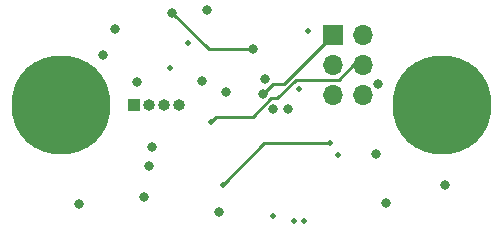
<source format=gbr>
%TF.GenerationSoftware,KiCad,Pcbnew,(5.99.0-8996-g10442b98df)*%
%TF.CreationDate,2021-04-19T08:50:07+01:00*%
%TF.ProjectId,CANduino,43414e64-7569-46e6-9f2e-6b696361645f,rev?*%
%TF.SameCoordinates,Original*%
%TF.FileFunction,Copper,L3,Inr*%
%TF.FilePolarity,Positive*%
%FSLAX46Y46*%
G04 Gerber Fmt 4.6, Leading zero omitted, Abs format (unit mm)*
G04 Created by KiCad (PCBNEW (5.99.0-8996-g10442b98df)) date 2021-04-19 08:50:07*
%MOMM*%
%LPD*%
G01*
G04 APERTURE LIST*
%TA.AperFunction,ComponentPad*%
%ADD10O,1.700000X1.700000*%
%TD*%
%TA.AperFunction,ComponentPad*%
%ADD11R,1.700000X1.700000*%
%TD*%
%TA.AperFunction,ComponentPad*%
%ADD12C,8.382000*%
%TD*%
%TA.AperFunction,ComponentPad*%
%ADD13R,1.000000X1.000000*%
%TD*%
%TA.AperFunction,ComponentPad*%
%ADD14O,1.000000X1.000000*%
%TD*%
%TA.AperFunction,ViaPad*%
%ADD15C,0.508000*%
%TD*%
%TA.AperFunction,ViaPad*%
%ADD16C,0.800000*%
%TD*%
%TA.AperFunction,Conductor*%
%ADD17C,0.250000*%
%TD*%
G04 APERTURE END LIST*
D10*
%TO.N,GND*%
%TO.C,J1*%
X177065000Y-108805000D03*
%TO.N,/mcu/RESET*%
X174525000Y-108805000D03*
%TO.N,/mcu/ICSP_MOSI*%
X177065000Y-106265000D03*
%TO.N,/mcu/ICSP_SCK*%
X174525000Y-106265000D03*
%TO.N,5V_USB*%
X177065000Y-103725000D03*
D11*
%TO.N,/mcu/ICSP_MISO*%
X174525000Y-103725000D03*
%TD*%
D12*
%TO.N,N/C*%
%TO.C,H3*%
X183750001Y-109649895D03*
%TD*%
D13*
%TO.N,+12V*%
%TO.C,J2*%
X157690000Y-109675000D03*
D14*
%TO.N,GND*%
X158960000Y-109675000D03*
%TO.N,CANL*%
X160230000Y-109675000D03*
%TO.N,CANH*%
X161500000Y-109675000D03*
%TD*%
D12*
%TO.N,N/C*%
%TO.C,H2*%
X151550693Y-109649898D03*
%TD*%
D15*
%TO.N,/mcu/ICSP_MOSI*%
X164175008Y-111049994D03*
D16*
%TO.N,/mcu/ICSP_MISO*%
X168588339Y-108713339D03*
D15*
%TO.N,/mcu/ICSP_SCK*%
X175000006Y-113900001D03*
D16*
%TO.N,5V_CAR*%
X158550000Y-117425000D03*
%TO.N,GND*%
X153050000Y-118000000D03*
D15*
%TO.N,/mcu/TXCAN*%
X171675000Y-108250000D03*
%TO.N,/mcu/RXCAN*%
X172425004Y-103350009D03*
%TO.N,/mcu/RESET*%
X165200000Y-116400000D03*
X174300007Y-112900003D03*
D16*
%TO.N,GND*%
X163900000Y-101625000D03*
D15*
%TO.N,5V_USB*%
X160749996Y-106474997D03*
%TO.N,5V_CAR*%
X162275000Y-104425000D03*
D16*
%TO.N,+5V*%
X160925000Y-101825000D03*
%TO.N,Net-(IC1-Pad4)*%
X157975000Y-107700000D03*
%TO.N,GND*%
X156075000Y-103175000D03*
X155100000Y-105450000D03*
X163425000Y-107600000D03*
%TO.N,+5V*%
X167775000Y-104925000D03*
%TO.N,GND*%
X168775000Y-107475000D03*
X165500000Y-108525000D03*
X159200000Y-113225000D03*
X159000000Y-114775000D03*
X164875000Y-118725000D03*
D15*
%TO.N,/mcu/RXCAN*%
X172125005Y-119425009D03*
%TO.N,/mcu/TXCAN*%
X171226429Y-119421580D03*
D16*
%TO.N,GND*%
X169450000Y-109950000D03*
D15*
%TO.N,+5V*%
X169425010Y-119050003D03*
D16*
X170725000Y-109950000D03*
%TO.N,GND*%
X179025000Y-117900000D03*
X184000000Y-116375000D03*
X178200000Y-113825000D03*
X178375000Y-107875000D03*
%TD*%
D17*
%TO.N,/mcu/ICSP_MOSI*%
X176264017Y-106265000D02*
X177065000Y-106265000D01*
X169825079Y-109061345D02*
X171386424Y-107500000D01*
X169313350Y-109061345D02*
X169825079Y-109061345D01*
X164595147Y-110629853D02*
X167744842Y-110629853D01*
X167744842Y-110629853D02*
X169313350Y-109061345D01*
X171386424Y-107500000D02*
X175029017Y-107500000D01*
X175029017Y-107500000D02*
X176264017Y-106265000D01*
X164175000Y-111050000D02*
X164595147Y-110629853D01*
%TO.N,/mcu/ICSP_MISO*%
X168588339Y-108713339D02*
X169429903Y-107871775D01*
X169429903Y-107871775D02*
X170378225Y-107871775D01*
X170378225Y-107871775D02*
X174525000Y-103725000D01*
%TO.N,/mcu/RESET*%
X165275000Y-116350000D02*
X165175000Y-116450000D01*
X174300007Y-112900003D02*
X168724997Y-112900003D01*
X168724997Y-112900003D02*
X165275000Y-116350000D01*
%TO.N,+5V*%
X164025000Y-104925000D02*
X160925000Y-101825000D01*
X167775000Y-104925000D02*
X164025000Y-104925000D01*
%TD*%
M02*

</source>
